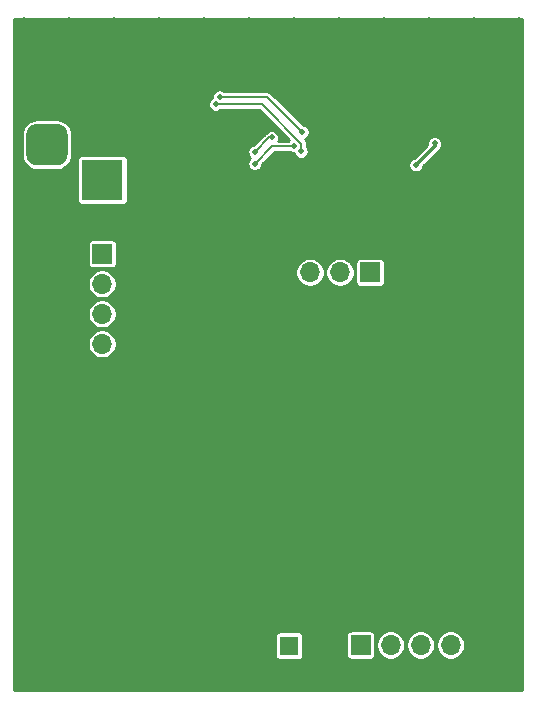
<source format=gbr>
G04 #@! TF.GenerationSoftware,KiCad,Pcbnew,(5.1.6)-1*
G04 #@! TF.CreationDate,2020-08-22T12:18:14-07:00*
G04 #@! TF.ProjectId,Ultra_Low_Noise_Bias_Supply,556c7472-615f-44c6-9f77-5f4e6f697365,rev?*
G04 #@! TF.SameCoordinates,Original*
G04 #@! TF.FileFunction,Copper,L2,Bot*
G04 #@! TF.FilePolarity,Positive*
%FSLAX46Y46*%
G04 Gerber Fmt 4.6, Leading zero omitted, Abs format (unit mm)*
G04 Created by KiCad (PCBNEW (5.1.6)-1) date 2020-08-22 12:18:14*
%MOMM*%
%LPD*%
G01*
G04 APERTURE LIST*
G04 #@! TA.AperFunction,ComponentPad*
%ADD10C,1.650000*%
G04 #@! TD*
G04 #@! TA.AperFunction,ComponentPad*
%ADD11R,1.650000X1.650000*%
G04 #@! TD*
G04 #@! TA.AperFunction,ComponentPad*
%ADD12O,1.700000X1.700000*%
G04 #@! TD*
G04 #@! TA.AperFunction,ComponentPad*
%ADD13R,1.700000X1.700000*%
G04 #@! TD*
G04 #@! TA.AperFunction,ComponentPad*
%ADD14R,3.500000X3.500000*%
G04 #@! TD*
G04 #@! TA.AperFunction,Conductor*
%ADD15R,2.500000X1.500000*%
G04 #@! TD*
G04 #@! TA.AperFunction,ViaPad*
%ADD16C,0.500000*%
G04 #@! TD*
G04 #@! TA.AperFunction,ViaPad*
%ADD17C,0.508000*%
G04 #@! TD*
G04 #@! TA.AperFunction,Conductor*
%ADD18C,0.203200*%
G04 #@! TD*
G04 #@! TA.AperFunction,Conductor*
%ADD19C,0.304800*%
G04 #@! TD*
G04 #@! TA.AperFunction,Conductor*
%ADD20C,0.254000*%
G04 #@! TD*
G04 APERTURE END LIST*
D10*
X131709160Y-111366300D03*
D11*
X136789160Y-111366300D03*
D12*
X123728480Y-85796120D03*
X123728480Y-83256120D03*
X123728480Y-80716120D03*
D13*
X123728480Y-78176120D03*
D12*
X120944640Y-85816440D03*
X120944640Y-83276440D03*
X120944640Y-80736440D03*
D13*
X120944640Y-78196440D03*
D12*
X138551920Y-79768700D03*
X141091920Y-79768700D03*
D13*
X143631920Y-79768700D03*
D12*
X150439120Y-108526580D03*
X147899120Y-108526580D03*
X145359120Y-108526580D03*
D13*
X142819120Y-108526580D03*
D12*
X150452120Y-111311820D03*
X147912120Y-111311820D03*
X145372120Y-111311820D03*
D13*
X142832120Y-111311820D03*
D12*
X126420880Y-101998780D03*
X123880880Y-101998780D03*
D13*
X121340880Y-101998780D03*
D12*
X126380240Y-94764860D03*
X123840240Y-94764860D03*
D13*
X121300240Y-94764860D03*
G04 #@! TA.AperFunction,ComponentPad*
G36*
G01*
X115395040Y-67192960D02*
X117145040Y-67192960D01*
G75*
G02*
X118020040Y-68067960I0J-875000D01*
G01*
X118020040Y-69817960D01*
G75*
G02*
X117145040Y-70692960I-875000J0D01*
G01*
X115395040Y-70692960D01*
G75*
G02*
X114520040Y-69817960I0J875000D01*
G01*
X114520040Y-68067960D01*
G75*
G02*
X115395040Y-67192960I875000J0D01*
G01*
G37*
G04 #@! TD.AperFunction*
G04 #@! TA.AperFunction,ComponentPad*
G36*
G01*
X119970040Y-64442960D02*
X121970040Y-64442960D01*
G75*
G02*
X122720040Y-65192960I0J-750000D01*
G01*
X122720040Y-66692960D01*
G75*
G02*
X121970040Y-67442960I-750000J0D01*
G01*
X119970040Y-67442960D01*
G75*
G02*
X119220040Y-66692960I0J750000D01*
G01*
X119220040Y-65192960D01*
G75*
G02*
X119970040Y-64442960I750000J0D01*
G01*
G37*
G04 #@! TD.AperFunction*
D14*
X120970040Y-71942960D03*
D15*
X140111480Y-93042740D03*
D16*
X139111480Y-93542740D03*
X139111480Y-92542740D03*
X140111480Y-93542740D03*
X140111480Y-92542740D03*
X141111480Y-93542740D03*
X141111480Y-92542740D03*
D17*
X137789920Y-69522340D03*
X130556000Y-65532000D03*
X133878320Y-70563740D03*
X137152570Y-69037400D03*
X133878320Y-69547740D03*
X135295109Y-68334601D03*
X132130800Y-63449200D03*
X136956800Y-64338200D03*
X138963400Y-64693800D03*
X138887200Y-67919600D03*
X138861800Y-70789800D03*
X142392400Y-68376800D03*
X142925800Y-69469000D03*
X141528800Y-67208400D03*
X148285200Y-67208400D03*
X150114000Y-66776600D03*
X150850600Y-66065400D03*
X150215600Y-67665600D03*
X140462000Y-97205800D03*
X139801600Y-94183200D03*
X114300000Y-114300000D03*
X118110000Y-114300000D03*
X121920000Y-114300000D03*
X125730000Y-114300000D03*
X129540000Y-114300000D03*
X133350000Y-114300000D03*
X137160000Y-114300000D03*
X140970000Y-114300000D03*
X144780000Y-114300000D03*
X148590000Y-114300000D03*
X152400000Y-114300000D03*
X156210000Y-114300000D03*
X156210000Y-110490000D03*
X156210000Y-106680000D03*
X156210000Y-102870000D03*
X156210000Y-99060000D03*
X156210000Y-95250000D03*
X156210000Y-91440000D03*
X156210000Y-87630000D03*
X156210000Y-83820000D03*
X156210000Y-80010000D03*
X156210000Y-76200000D03*
X156210000Y-72390000D03*
X156210000Y-68580000D03*
X156210000Y-64770000D03*
X156210000Y-60960000D03*
X156210000Y-58420000D03*
X152400000Y-58420000D03*
X148590000Y-58420000D03*
X144780000Y-58420000D03*
X140970000Y-58420000D03*
X137160000Y-58420000D03*
X133350000Y-58420000D03*
X129540000Y-58420000D03*
X125730000Y-58420000D03*
X121920000Y-58420000D03*
X118110000Y-58420000D03*
X114300000Y-58420000D03*
X114300000Y-62230000D03*
X114300000Y-66040000D03*
X114300000Y-73660000D03*
X114300000Y-77470000D03*
X114300000Y-81280000D03*
X114300000Y-85090000D03*
X114300000Y-88900000D03*
X114300000Y-92710000D03*
X114300000Y-96520000D03*
X114300000Y-100330000D03*
X114300000Y-104140000D03*
X114300000Y-107950000D03*
X114300000Y-111760000D03*
X119380000Y-107950000D03*
X119380000Y-100330000D03*
X119380000Y-92710000D03*
X119380000Y-62230000D03*
X124460000Y-62230000D03*
X129540000Y-62230000D03*
X134620000Y-62230000D03*
X139700000Y-62230000D03*
X144780000Y-62230000D03*
X149860000Y-62230000D03*
X154940000Y-62230000D03*
X152400000Y-80010000D03*
X147320000Y-80010000D03*
X132080000Y-80010000D03*
X127000000Y-80010000D03*
X127000000Y-74930000D03*
X132080000Y-74930000D03*
X127000000Y-85090000D03*
X127000000Y-90170000D03*
X119380000Y-87630000D03*
X144780000Y-105410000D03*
X149860000Y-105410000D03*
X152400000Y-105410000D03*
X152400000Y-97790000D03*
X152400000Y-90170000D03*
X152400000Y-82550000D03*
X132080000Y-85090000D03*
X137160000Y-85090000D03*
X144780000Y-85090000D03*
X132080000Y-92710000D03*
X132080000Y-100330000D03*
X137160000Y-100330000D03*
X147320000Y-92710000D03*
X149860000Y-92710000D03*
X147320000Y-85090000D03*
X149860000Y-87630000D03*
X132080000Y-87630000D03*
X132080000Y-90170000D03*
X134620000Y-90170000D03*
X134620000Y-87630000D03*
X137160000Y-87630000D03*
X132080000Y-95250000D03*
X134620000Y-92710000D03*
X134620000Y-95250000D03*
X134620000Y-100330000D03*
X134620000Y-102870000D03*
X149860000Y-95250000D03*
X149860000Y-100330000D03*
X147320000Y-102870000D03*
X147320000Y-95250000D03*
X152400000Y-92710000D03*
X152400000Y-95250000D03*
X152400000Y-87630000D03*
X152400000Y-85090000D03*
X152400000Y-102870000D03*
X152400000Y-100330000D03*
X147320000Y-105410000D03*
X137160000Y-105410000D03*
X134620000Y-105410000D03*
X132080000Y-105410000D03*
X129540000Y-105410000D03*
X127000000Y-105410000D03*
X127000000Y-100330000D03*
X127000000Y-97790000D03*
X129540000Y-100330000D03*
X129540000Y-95250000D03*
X129540000Y-92710000D03*
X127000000Y-92710000D03*
X127000000Y-87630000D03*
X129540000Y-87630000D03*
X127000000Y-82550000D03*
X129540000Y-80010000D03*
X134620000Y-82550000D03*
X134620000Y-85090000D03*
X139700000Y-82550000D03*
X139700000Y-85090000D03*
X127000000Y-77470000D03*
X129540000Y-77470000D03*
X132080000Y-77470000D03*
X134620000Y-77470000D03*
X137160000Y-77470000D03*
X137160000Y-74930000D03*
X134620000Y-74930000D03*
X129540000Y-74930000D03*
X116840000Y-74930000D03*
X116840000Y-77470000D03*
X116840000Y-80010000D03*
X116840000Y-82550000D03*
X116840000Y-87630000D03*
X116840000Y-85090000D03*
X116840000Y-90170000D03*
X119380000Y-90170000D03*
X121920000Y-92710000D03*
X121920000Y-90170000D03*
X124460000Y-90170000D03*
X124460000Y-92710000D03*
X116840000Y-92710000D03*
X124460000Y-74930000D03*
X127000000Y-67310000D03*
X127000000Y-64770000D03*
X142240000Y-73660000D03*
X142240000Y-71120000D03*
X142240000Y-72390000D03*
X143510000Y-71120000D03*
X144780000Y-71120000D03*
X144780000Y-72390000D03*
X146050000Y-72390000D03*
X137891520Y-67871340D03*
X130891337Y-64909130D03*
X147523200Y-70662800D03*
X149098000Y-68834010D03*
D18*
X134468558Y-65532000D02*
X130556000Y-65532000D01*
X137789920Y-69522340D02*
X137789920Y-68853362D01*
X137789920Y-68853362D02*
X134468558Y-65532000D01*
X133878320Y-70563740D02*
X135354060Y-69088000D01*
X137101970Y-69088000D02*
X137152570Y-69037400D01*
X135354060Y-69088000D02*
X137101970Y-69088000D01*
X133878320Y-69547740D02*
X135091459Y-68334601D01*
X135091459Y-68334601D02*
X135295109Y-68334601D01*
X134929310Y-64909130D02*
X130891337Y-64909130D01*
X137891520Y-67871340D02*
X134929310Y-64909130D01*
D19*
X147523200Y-70662800D02*
X149098000Y-69088000D01*
X149098000Y-69088000D02*
X149098000Y-68834010D01*
D20*
G36*
X156491001Y-115089000D02*
G01*
X113511000Y-115089000D01*
X113511000Y-110541300D01*
X135581317Y-110541300D01*
X135581317Y-112191300D01*
X135588673Y-112265989D01*
X135610459Y-112337808D01*
X135645838Y-112403996D01*
X135693449Y-112462011D01*
X135751464Y-112509622D01*
X135817652Y-112545001D01*
X135889471Y-112566787D01*
X135964160Y-112574143D01*
X137614160Y-112574143D01*
X137688849Y-112566787D01*
X137760668Y-112545001D01*
X137826856Y-112509622D01*
X137884871Y-112462011D01*
X137932482Y-112403996D01*
X137967861Y-112337808D01*
X137989647Y-112265989D01*
X137997003Y-112191300D01*
X137997003Y-110541300D01*
X137989647Y-110466611D01*
X137988194Y-110461820D01*
X141599277Y-110461820D01*
X141599277Y-112161820D01*
X141606633Y-112236509D01*
X141628419Y-112308328D01*
X141663798Y-112374516D01*
X141711409Y-112432531D01*
X141769424Y-112480142D01*
X141835612Y-112515521D01*
X141907431Y-112537307D01*
X141982120Y-112544663D01*
X143682120Y-112544663D01*
X143756809Y-112537307D01*
X143828628Y-112515521D01*
X143894816Y-112480142D01*
X143952831Y-112432531D01*
X144000442Y-112374516D01*
X144035821Y-112308328D01*
X144057607Y-112236509D01*
X144064963Y-112161820D01*
X144064963Y-111190577D01*
X144141120Y-111190577D01*
X144141120Y-111433063D01*
X144188427Y-111670889D01*
X144281222Y-111894917D01*
X144415940Y-112096537D01*
X144587403Y-112268000D01*
X144789023Y-112402718D01*
X145013051Y-112495513D01*
X145250877Y-112542820D01*
X145493363Y-112542820D01*
X145731189Y-112495513D01*
X145955217Y-112402718D01*
X146156837Y-112268000D01*
X146328300Y-112096537D01*
X146463018Y-111894917D01*
X146555813Y-111670889D01*
X146603120Y-111433063D01*
X146603120Y-111190577D01*
X146681120Y-111190577D01*
X146681120Y-111433063D01*
X146728427Y-111670889D01*
X146821222Y-111894917D01*
X146955940Y-112096537D01*
X147127403Y-112268000D01*
X147329023Y-112402718D01*
X147553051Y-112495513D01*
X147790877Y-112542820D01*
X148033363Y-112542820D01*
X148271189Y-112495513D01*
X148495217Y-112402718D01*
X148696837Y-112268000D01*
X148868300Y-112096537D01*
X149003018Y-111894917D01*
X149095813Y-111670889D01*
X149143120Y-111433063D01*
X149143120Y-111190577D01*
X149221120Y-111190577D01*
X149221120Y-111433063D01*
X149268427Y-111670889D01*
X149361222Y-111894917D01*
X149495940Y-112096537D01*
X149667403Y-112268000D01*
X149869023Y-112402718D01*
X150093051Y-112495513D01*
X150330877Y-112542820D01*
X150573363Y-112542820D01*
X150811189Y-112495513D01*
X151035217Y-112402718D01*
X151236837Y-112268000D01*
X151408300Y-112096537D01*
X151543018Y-111894917D01*
X151635813Y-111670889D01*
X151683120Y-111433063D01*
X151683120Y-111190577D01*
X151635813Y-110952751D01*
X151543018Y-110728723D01*
X151408300Y-110527103D01*
X151236837Y-110355640D01*
X151035217Y-110220922D01*
X150811189Y-110128127D01*
X150573363Y-110080820D01*
X150330877Y-110080820D01*
X150093051Y-110128127D01*
X149869023Y-110220922D01*
X149667403Y-110355640D01*
X149495940Y-110527103D01*
X149361222Y-110728723D01*
X149268427Y-110952751D01*
X149221120Y-111190577D01*
X149143120Y-111190577D01*
X149095813Y-110952751D01*
X149003018Y-110728723D01*
X148868300Y-110527103D01*
X148696837Y-110355640D01*
X148495217Y-110220922D01*
X148271189Y-110128127D01*
X148033363Y-110080820D01*
X147790877Y-110080820D01*
X147553051Y-110128127D01*
X147329023Y-110220922D01*
X147127403Y-110355640D01*
X146955940Y-110527103D01*
X146821222Y-110728723D01*
X146728427Y-110952751D01*
X146681120Y-111190577D01*
X146603120Y-111190577D01*
X146555813Y-110952751D01*
X146463018Y-110728723D01*
X146328300Y-110527103D01*
X146156837Y-110355640D01*
X145955217Y-110220922D01*
X145731189Y-110128127D01*
X145493363Y-110080820D01*
X145250877Y-110080820D01*
X145013051Y-110128127D01*
X144789023Y-110220922D01*
X144587403Y-110355640D01*
X144415940Y-110527103D01*
X144281222Y-110728723D01*
X144188427Y-110952751D01*
X144141120Y-111190577D01*
X144064963Y-111190577D01*
X144064963Y-110461820D01*
X144057607Y-110387131D01*
X144035821Y-110315312D01*
X144000442Y-110249124D01*
X143952831Y-110191109D01*
X143894816Y-110143498D01*
X143828628Y-110108119D01*
X143756809Y-110086333D01*
X143682120Y-110078977D01*
X141982120Y-110078977D01*
X141907431Y-110086333D01*
X141835612Y-110108119D01*
X141769424Y-110143498D01*
X141711409Y-110191109D01*
X141663798Y-110249124D01*
X141628419Y-110315312D01*
X141606633Y-110387131D01*
X141599277Y-110461820D01*
X137988194Y-110461820D01*
X137967861Y-110394792D01*
X137932482Y-110328604D01*
X137884871Y-110270589D01*
X137826856Y-110222978D01*
X137760668Y-110187599D01*
X137688849Y-110165813D01*
X137614160Y-110158457D01*
X135964160Y-110158457D01*
X135889471Y-110165813D01*
X135817652Y-110187599D01*
X135751464Y-110222978D01*
X135693449Y-110270589D01*
X135645838Y-110328604D01*
X135610459Y-110394792D01*
X135588673Y-110466611D01*
X135581317Y-110541300D01*
X113511000Y-110541300D01*
X113511000Y-85695197D01*
X119713640Y-85695197D01*
X119713640Y-85937683D01*
X119760947Y-86175509D01*
X119853742Y-86399537D01*
X119988460Y-86601157D01*
X120159923Y-86772620D01*
X120361543Y-86907338D01*
X120585571Y-87000133D01*
X120823397Y-87047440D01*
X121065883Y-87047440D01*
X121303709Y-87000133D01*
X121527737Y-86907338D01*
X121729357Y-86772620D01*
X121900820Y-86601157D01*
X122035538Y-86399537D01*
X122128333Y-86175509D01*
X122175640Y-85937683D01*
X122175640Y-85695197D01*
X122128333Y-85457371D01*
X122035538Y-85233343D01*
X121900820Y-85031723D01*
X121729357Y-84860260D01*
X121527737Y-84725542D01*
X121303709Y-84632747D01*
X121065883Y-84585440D01*
X120823397Y-84585440D01*
X120585571Y-84632747D01*
X120361543Y-84725542D01*
X120159923Y-84860260D01*
X119988460Y-85031723D01*
X119853742Y-85233343D01*
X119760947Y-85457371D01*
X119713640Y-85695197D01*
X113511000Y-85695197D01*
X113511000Y-83155197D01*
X119713640Y-83155197D01*
X119713640Y-83397683D01*
X119760947Y-83635509D01*
X119853742Y-83859537D01*
X119988460Y-84061157D01*
X120159923Y-84232620D01*
X120361543Y-84367338D01*
X120585571Y-84460133D01*
X120823397Y-84507440D01*
X121065883Y-84507440D01*
X121303709Y-84460133D01*
X121527737Y-84367338D01*
X121729357Y-84232620D01*
X121900820Y-84061157D01*
X122035538Y-83859537D01*
X122128333Y-83635509D01*
X122175640Y-83397683D01*
X122175640Y-83155197D01*
X122128333Y-82917371D01*
X122035538Y-82693343D01*
X121900820Y-82491723D01*
X121729357Y-82320260D01*
X121527737Y-82185542D01*
X121303709Y-82092747D01*
X121065883Y-82045440D01*
X120823397Y-82045440D01*
X120585571Y-82092747D01*
X120361543Y-82185542D01*
X120159923Y-82320260D01*
X119988460Y-82491723D01*
X119853742Y-82693343D01*
X119760947Y-82917371D01*
X119713640Y-83155197D01*
X113511000Y-83155197D01*
X113511000Y-80615197D01*
X119713640Y-80615197D01*
X119713640Y-80857683D01*
X119760947Y-81095509D01*
X119853742Y-81319537D01*
X119988460Y-81521157D01*
X120159923Y-81692620D01*
X120361543Y-81827338D01*
X120585571Y-81920133D01*
X120823397Y-81967440D01*
X121065883Y-81967440D01*
X121303709Y-81920133D01*
X121527737Y-81827338D01*
X121729357Y-81692620D01*
X121900820Y-81521157D01*
X122035538Y-81319537D01*
X122128333Y-81095509D01*
X122175640Y-80857683D01*
X122175640Y-80615197D01*
X122128333Y-80377371D01*
X122035538Y-80153343D01*
X121900820Y-79951723D01*
X121729357Y-79780260D01*
X121530604Y-79647457D01*
X137320920Y-79647457D01*
X137320920Y-79889943D01*
X137368227Y-80127769D01*
X137461022Y-80351797D01*
X137595740Y-80553417D01*
X137767203Y-80724880D01*
X137968823Y-80859598D01*
X138192851Y-80952393D01*
X138430677Y-80999700D01*
X138673163Y-80999700D01*
X138910989Y-80952393D01*
X139135017Y-80859598D01*
X139336637Y-80724880D01*
X139508100Y-80553417D01*
X139642818Y-80351797D01*
X139735613Y-80127769D01*
X139782920Y-79889943D01*
X139782920Y-79647457D01*
X139860920Y-79647457D01*
X139860920Y-79889943D01*
X139908227Y-80127769D01*
X140001022Y-80351797D01*
X140135740Y-80553417D01*
X140307203Y-80724880D01*
X140508823Y-80859598D01*
X140732851Y-80952393D01*
X140970677Y-80999700D01*
X141213163Y-80999700D01*
X141450989Y-80952393D01*
X141675017Y-80859598D01*
X141876637Y-80724880D01*
X142048100Y-80553417D01*
X142182818Y-80351797D01*
X142275613Y-80127769D01*
X142322920Y-79889943D01*
X142322920Y-79647457D01*
X142275613Y-79409631D01*
X142182818Y-79185603D01*
X142048100Y-78983983D01*
X141982817Y-78918700D01*
X142399077Y-78918700D01*
X142399077Y-80618700D01*
X142406433Y-80693389D01*
X142428219Y-80765208D01*
X142463598Y-80831396D01*
X142511209Y-80889411D01*
X142569224Y-80937022D01*
X142635412Y-80972401D01*
X142707231Y-80994187D01*
X142781920Y-81001543D01*
X144481920Y-81001543D01*
X144556609Y-80994187D01*
X144628428Y-80972401D01*
X144694616Y-80937022D01*
X144752631Y-80889411D01*
X144800242Y-80831396D01*
X144835621Y-80765208D01*
X144857407Y-80693389D01*
X144864763Y-80618700D01*
X144864763Y-78918700D01*
X144857407Y-78844011D01*
X144835621Y-78772192D01*
X144800242Y-78706004D01*
X144752631Y-78647989D01*
X144694616Y-78600378D01*
X144628428Y-78564999D01*
X144556609Y-78543213D01*
X144481920Y-78535857D01*
X142781920Y-78535857D01*
X142707231Y-78543213D01*
X142635412Y-78564999D01*
X142569224Y-78600378D01*
X142511209Y-78647989D01*
X142463598Y-78706004D01*
X142428219Y-78772192D01*
X142406433Y-78844011D01*
X142399077Y-78918700D01*
X141982817Y-78918700D01*
X141876637Y-78812520D01*
X141675017Y-78677802D01*
X141450989Y-78585007D01*
X141213163Y-78537700D01*
X140970677Y-78537700D01*
X140732851Y-78585007D01*
X140508823Y-78677802D01*
X140307203Y-78812520D01*
X140135740Y-78983983D01*
X140001022Y-79185603D01*
X139908227Y-79409631D01*
X139860920Y-79647457D01*
X139782920Y-79647457D01*
X139735613Y-79409631D01*
X139642818Y-79185603D01*
X139508100Y-78983983D01*
X139336637Y-78812520D01*
X139135017Y-78677802D01*
X138910989Y-78585007D01*
X138673163Y-78537700D01*
X138430677Y-78537700D01*
X138192851Y-78585007D01*
X137968823Y-78677802D01*
X137767203Y-78812520D01*
X137595740Y-78983983D01*
X137461022Y-79185603D01*
X137368227Y-79409631D01*
X137320920Y-79647457D01*
X121530604Y-79647457D01*
X121527737Y-79645542D01*
X121303709Y-79552747D01*
X121065883Y-79505440D01*
X120823397Y-79505440D01*
X120585571Y-79552747D01*
X120361543Y-79645542D01*
X120159923Y-79780260D01*
X119988460Y-79951723D01*
X119853742Y-80153343D01*
X119760947Y-80377371D01*
X119713640Y-80615197D01*
X113511000Y-80615197D01*
X113511000Y-77346440D01*
X119711797Y-77346440D01*
X119711797Y-79046440D01*
X119719153Y-79121129D01*
X119740939Y-79192948D01*
X119776318Y-79259136D01*
X119823929Y-79317151D01*
X119881944Y-79364762D01*
X119948132Y-79400141D01*
X120019951Y-79421927D01*
X120094640Y-79429283D01*
X121794640Y-79429283D01*
X121869329Y-79421927D01*
X121941148Y-79400141D01*
X122007336Y-79364762D01*
X122065351Y-79317151D01*
X122112962Y-79259136D01*
X122148341Y-79192948D01*
X122170127Y-79121129D01*
X122177483Y-79046440D01*
X122177483Y-77346440D01*
X122170127Y-77271751D01*
X122148341Y-77199932D01*
X122112962Y-77133744D01*
X122065351Y-77075729D01*
X122007336Y-77028118D01*
X121941148Y-76992739D01*
X121869329Y-76970953D01*
X121794640Y-76963597D01*
X120094640Y-76963597D01*
X120019951Y-76970953D01*
X119948132Y-76992739D01*
X119881944Y-77028118D01*
X119823929Y-77075729D01*
X119776318Y-77133744D01*
X119740939Y-77199932D01*
X119719153Y-77271751D01*
X119711797Y-77346440D01*
X113511000Y-77346440D01*
X113511000Y-68067960D01*
X114137197Y-68067960D01*
X114137197Y-69817960D01*
X114161366Y-70063353D01*
X114232945Y-70299316D01*
X114349182Y-70516780D01*
X114505611Y-70707389D01*
X114696220Y-70863818D01*
X114913684Y-70980055D01*
X115149647Y-71051634D01*
X115395040Y-71075803D01*
X117145040Y-71075803D01*
X117390433Y-71051634D01*
X117626396Y-70980055D01*
X117843860Y-70863818D01*
X118034469Y-70707389D01*
X118190898Y-70516780D01*
X118307135Y-70299316D01*
X118339397Y-70192960D01*
X118837197Y-70192960D01*
X118837197Y-73692960D01*
X118844553Y-73767649D01*
X118866339Y-73839468D01*
X118901718Y-73905656D01*
X118949329Y-73963671D01*
X119007344Y-74011282D01*
X119073532Y-74046661D01*
X119145351Y-74068447D01*
X119220040Y-74075803D01*
X122720040Y-74075803D01*
X122794729Y-74068447D01*
X122866548Y-74046661D01*
X122932736Y-74011282D01*
X122990751Y-73963671D01*
X123038362Y-73905656D01*
X123073741Y-73839468D01*
X123095527Y-73767649D01*
X123102883Y-73692960D01*
X123102883Y-70192960D01*
X123095527Y-70118271D01*
X123073741Y-70046452D01*
X123038362Y-69980264D01*
X122990751Y-69922249D01*
X122932736Y-69874638D01*
X122866548Y-69839259D01*
X122794729Y-69817473D01*
X122720040Y-69810117D01*
X119220040Y-69810117D01*
X119145351Y-69817473D01*
X119073532Y-69839259D01*
X119007344Y-69874638D01*
X118949329Y-69922249D01*
X118901718Y-69980264D01*
X118866339Y-70046452D01*
X118844553Y-70118271D01*
X118837197Y-70192960D01*
X118339397Y-70192960D01*
X118378714Y-70063353D01*
X118402883Y-69817960D01*
X118402883Y-68067960D01*
X118378714Y-67822567D01*
X118307135Y-67586604D01*
X118190898Y-67369140D01*
X118034469Y-67178531D01*
X117843860Y-67022102D01*
X117626396Y-66905865D01*
X117390433Y-66834286D01*
X117145040Y-66810117D01*
X115395040Y-66810117D01*
X115149647Y-66834286D01*
X114913684Y-66905865D01*
X114696220Y-67022102D01*
X114505611Y-67178531D01*
X114349182Y-67369140D01*
X114232945Y-67586604D01*
X114161366Y-67822567D01*
X114137197Y-68067960D01*
X113511000Y-68067960D01*
X113511000Y-65469458D01*
X129921000Y-65469458D01*
X129921000Y-65594542D01*
X129945403Y-65717223D01*
X129993271Y-65832785D01*
X130062764Y-65936789D01*
X130151211Y-66025236D01*
X130255215Y-66094729D01*
X130370777Y-66142597D01*
X130493458Y-66167000D01*
X130618542Y-66167000D01*
X130741223Y-66142597D01*
X130856785Y-66094729D01*
X130960789Y-66025236D01*
X130971425Y-66014600D01*
X134268659Y-66014600D01*
X136778019Y-68523960D01*
X136747781Y-68544164D01*
X136686545Y-68605400D01*
X135870259Y-68605400D01*
X135905706Y-68519824D01*
X135930109Y-68397143D01*
X135930109Y-68272059D01*
X135905706Y-68149378D01*
X135857838Y-68033816D01*
X135788345Y-67929812D01*
X135699898Y-67841365D01*
X135595894Y-67771872D01*
X135480332Y-67724004D01*
X135357651Y-67699601D01*
X135232567Y-67699601D01*
X135109886Y-67724004D01*
X134994324Y-67771872D01*
X134890320Y-67841365D01*
X134801873Y-67929812D01*
X134775045Y-67969963D01*
X134748558Y-67991700D01*
X134733447Y-68010113D01*
X133830821Y-68912740D01*
X133815778Y-68912740D01*
X133693097Y-68937143D01*
X133577535Y-68985011D01*
X133473531Y-69054504D01*
X133385084Y-69142951D01*
X133315591Y-69246955D01*
X133267723Y-69362517D01*
X133243320Y-69485198D01*
X133243320Y-69610282D01*
X133267723Y-69732963D01*
X133315591Y-69848525D01*
X133385084Y-69952529D01*
X133473531Y-70040976D01*
X133495627Y-70055740D01*
X133473531Y-70070504D01*
X133385084Y-70158951D01*
X133315591Y-70262955D01*
X133267723Y-70378517D01*
X133243320Y-70501198D01*
X133243320Y-70626282D01*
X133267723Y-70748963D01*
X133315591Y-70864525D01*
X133385084Y-70968529D01*
X133473531Y-71056976D01*
X133577535Y-71126469D01*
X133693097Y-71174337D01*
X133815778Y-71198740D01*
X133940862Y-71198740D01*
X134063543Y-71174337D01*
X134179105Y-71126469D01*
X134283109Y-71056976D01*
X134371556Y-70968529D01*
X134441049Y-70864525D01*
X134488917Y-70748963D01*
X134513320Y-70626282D01*
X134513320Y-70611239D01*
X134524301Y-70600258D01*
X146888200Y-70600258D01*
X146888200Y-70725342D01*
X146912603Y-70848023D01*
X146960471Y-70963585D01*
X147029964Y-71067589D01*
X147118411Y-71156036D01*
X147222415Y-71225529D01*
X147337977Y-71273397D01*
X147460658Y-71297800D01*
X147585742Y-71297800D01*
X147708423Y-71273397D01*
X147823985Y-71225529D01*
X147927989Y-71156036D01*
X148016436Y-71067589D01*
X148085929Y-70963585D01*
X148133797Y-70848023D01*
X148144096Y-70796245D01*
X149456645Y-69483696D01*
X149476995Y-69466995D01*
X149543651Y-69385775D01*
X149593181Y-69293111D01*
X149623681Y-69192565D01*
X149623949Y-69189840D01*
X149660729Y-69134795D01*
X149708597Y-69019233D01*
X149733000Y-68896552D01*
X149733000Y-68771468D01*
X149708597Y-68648787D01*
X149660729Y-68533225D01*
X149591236Y-68429221D01*
X149502789Y-68340774D01*
X149398785Y-68271281D01*
X149283223Y-68223413D01*
X149160542Y-68199010D01*
X149035458Y-68199010D01*
X148912777Y-68223413D01*
X148797215Y-68271281D01*
X148693211Y-68340774D01*
X148604764Y-68429221D01*
X148535271Y-68533225D01*
X148487403Y-68648787D01*
X148463000Y-68771468D01*
X148463000Y-68896552D01*
X148474963Y-68956696D01*
X147389755Y-70041904D01*
X147337977Y-70052203D01*
X147222415Y-70100071D01*
X147118411Y-70169564D01*
X147029964Y-70258011D01*
X146960471Y-70362015D01*
X146912603Y-70477577D01*
X146888200Y-70600258D01*
X134524301Y-70600258D01*
X135553960Y-69570600D01*
X136807592Y-69570600D01*
X136851785Y-69600129D01*
X136967347Y-69647997D01*
X137090028Y-69672400D01*
X137172329Y-69672400D01*
X137179323Y-69707563D01*
X137227191Y-69823125D01*
X137296684Y-69927129D01*
X137385131Y-70015576D01*
X137489135Y-70085069D01*
X137604697Y-70132937D01*
X137727378Y-70157340D01*
X137852462Y-70157340D01*
X137975143Y-70132937D01*
X138090705Y-70085069D01*
X138194709Y-70015576D01*
X138283156Y-69927129D01*
X138352649Y-69823125D01*
X138400517Y-69707563D01*
X138424920Y-69584882D01*
X138424920Y-69459798D01*
X138400517Y-69337117D01*
X138352649Y-69221555D01*
X138283156Y-69117551D01*
X138272520Y-69106915D01*
X138272520Y-68877066D01*
X138274855Y-68853361D01*
X138272341Y-68827837D01*
X138265537Y-68758756D01*
X138237942Y-68667785D01*
X138193129Y-68583947D01*
X138132821Y-68510461D01*
X138114402Y-68495345D01*
X138093891Y-68474834D01*
X138192305Y-68434069D01*
X138296309Y-68364576D01*
X138384756Y-68276129D01*
X138454249Y-68172125D01*
X138502117Y-68056563D01*
X138526520Y-67933882D01*
X138526520Y-67808798D01*
X138502117Y-67686117D01*
X138454249Y-67570555D01*
X138384756Y-67466551D01*
X138296309Y-67378104D01*
X138192305Y-67308611D01*
X138076743Y-67260743D01*
X137954062Y-67236340D01*
X137939020Y-67236340D01*
X135287327Y-64584648D01*
X135272211Y-64566229D01*
X135198725Y-64505921D01*
X135114887Y-64461108D01*
X135023916Y-64433513D01*
X134953017Y-64426530D01*
X134953015Y-64426530D01*
X134929310Y-64424195D01*
X134905605Y-64426530D01*
X131306762Y-64426530D01*
X131296126Y-64415894D01*
X131192122Y-64346401D01*
X131076560Y-64298533D01*
X130953879Y-64274130D01*
X130828795Y-64274130D01*
X130706114Y-64298533D01*
X130590552Y-64346401D01*
X130486548Y-64415894D01*
X130398101Y-64504341D01*
X130328608Y-64608345D01*
X130280740Y-64723907D01*
X130256337Y-64846588D01*
X130256337Y-64968806D01*
X130255215Y-64969271D01*
X130151211Y-65038764D01*
X130062764Y-65127211D01*
X129993271Y-65231215D01*
X129945403Y-65346777D01*
X129921000Y-65469458D01*
X113511000Y-65469458D01*
X113511000Y-58266000D01*
X156491000Y-58266000D01*
X156491001Y-115089000D01*
G37*
X156491001Y-115089000D02*
X113511000Y-115089000D01*
X113511000Y-110541300D01*
X135581317Y-110541300D01*
X135581317Y-112191300D01*
X135588673Y-112265989D01*
X135610459Y-112337808D01*
X135645838Y-112403996D01*
X135693449Y-112462011D01*
X135751464Y-112509622D01*
X135817652Y-112545001D01*
X135889471Y-112566787D01*
X135964160Y-112574143D01*
X137614160Y-112574143D01*
X137688849Y-112566787D01*
X137760668Y-112545001D01*
X137826856Y-112509622D01*
X137884871Y-112462011D01*
X137932482Y-112403996D01*
X137967861Y-112337808D01*
X137989647Y-112265989D01*
X137997003Y-112191300D01*
X137997003Y-110541300D01*
X137989647Y-110466611D01*
X137988194Y-110461820D01*
X141599277Y-110461820D01*
X141599277Y-112161820D01*
X141606633Y-112236509D01*
X141628419Y-112308328D01*
X141663798Y-112374516D01*
X141711409Y-112432531D01*
X141769424Y-112480142D01*
X141835612Y-112515521D01*
X141907431Y-112537307D01*
X141982120Y-112544663D01*
X143682120Y-112544663D01*
X143756809Y-112537307D01*
X143828628Y-112515521D01*
X143894816Y-112480142D01*
X143952831Y-112432531D01*
X144000442Y-112374516D01*
X144035821Y-112308328D01*
X144057607Y-112236509D01*
X144064963Y-112161820D01*
X144064963Y-111190577D01*
X144141120Y-111190577D01*
X144141120Y-111433063D01*
X144188427Y-111670889D01*
X144281222Y-111894917D01*
X144415940Y-112096537D01*
X144587403Y-112268000D01*
X144789023Y-112402718D01*
X145013051Y-112495513D01*
X145250877Y-112542820D01*
X145493363Y-112542820D01*
X145731189Y-112495513D01*
X145955217Y-112402718D01*
X146156837Y-112268000D01*
X146328300Y-112096537D01*
X146463018Y-111894917D01*
X146555813Y-111670889D01*
X146603120Y-111433063D01*
X146603120Y-111190577D01*
X146681120Y-111190577D01*
X146681120Y-111433063D01*
X146728427Y-111670889D01*
X146821222Y-111894917D01*
X146955940Y-112096537D01*
X147127403Y-112268000D01*
X147329023Y-112402718D01*
X147553051Y-112495513D01*
X147790877Y-112542820D01*
X148033363Y-112542820D01*
X148271189Y-112495513D01*
X148495217Y-112402718D01*
X148696837Y-112268000D01*
X148868300Y-112096537D01*
X149003018Y-111894917D01*
X149095813Y-111670889D01*
X149143120Y-111433063D01*
X149143120Y-111190577D01*
X149221120Y-111190577D01*
X149221120Y-111433063D01*
X149268427Y-111670889D01*
X149361222Y-111894917D01*
X149495940Y-112096537D01*
X149667403Y-112268000D01*
X149869023Y-112402718D01*
X150093051Y-112495513D01*
X150330877Y-112542820D01*
X150573363Y-112542820D01*
X150811189Y-112495513D01*
X151035217Y-112402718D01*
X151236837Y-112268000D01*
X151408300Y-112096537D01*
X151543018Y-111894917D01*
X151635813Y-111670889D01*
X151683120Y-111433063D01*
X151683120Y-111190577D01*
X151635813Y-110952751D01*
X151543018Y-110728723D01*
X151408300Y-110527103D01*
X151236837Y-110355640D01*
X151035217Y-110220922D01*
X150811189Y-110128127D01*
X150573363Y-110080820D01*
X150330877Y-110080820D01*
X150093051Y-110128127D01*
X149869023Y-110220922D01*
X149667403Y-110355640D01*
X149495940Y-110527103D01*
X149361222Y-110728723D01*
X149268427Y-110952751D01*
X149221120Y-111190577D01*
X149143120Y-111190577D01*
X149095813Y-110952751D01*
X149003018Y-110728723D01*
X148868300Y-110527103D01*
X148696837Y-110355640D01*
X148495217Y-110220922D01*
X148271189Y-110128127D01*
X148033363Y-110080820D01*
X147790877Y-110080820D01*
X147553051Y-110128127D01*
X147329023Y-110220922D01*
X147127403Y-110355640D01*
X146955940Y-110527103D01*
X146821222Y-110728723D01*
X146728427Y-110952751D01*
X146681120Y-111190577D01*
X146603120Y-111190577D01*
X146555813Y-110952751D01*
X146463018Y-110728723D01*
X146328300Y-110527103D01*
X146156837Y-110355640D01*
X145955217Y-110220922D01*
X145731189Y-110128127D01*
X145493363Y-110080820D01*
X145250877Y-110080820D01*
X145013051Y-110128127D01*
X144789023Y-110220922D01*
X144587403Y-110355640D01*
X144415940Y-110527103D01*
X144281222Y-110728723D01*
X144188427Y-110952751D01*
X144141120Y-111190577D01*
X144064963Y-111190577D01*
X144064963Y-110461820D01*
X144057607Y-110387131D01*
X144035821Y-110315312D01*
X144000442Y-110249124D01*
X143952831Y-110191109D01*
X143894816Y-110143498D01*
X143828628Y-110108119D01*
X143756809Y-110086333D01*
X143682120Y-110078977D01*
X141982120Y-110078977D01*
X141907431Y-110086333D01*
X141835612Y-110108119D01*
X141769424Y-110143498D01*
X141711409Y-110191109D01*
X141663798Y-110249124D01*
X141628419Y-110315312D01*
X141606633Y-110387131D01*
X141599277Y-110461820D01*
X137988194Y-110461820D01*
X137967861Y-110394792D01*
X137932482Y-110328604D01*
X137884871Y-110270589D01*
X137826856Y-110222978D01*
X137760668Y-110187599D01*
X137688849Y-110165813D01*
X137614160Y-110158457D01*
X135964160Y-110158457D01*
X135889471Y-110165813D01*
X135817652Y-110187599D01*
X135751464Y-110222978D01*
X135693449Y-110270589D01*
X135645838Y-110328604D01*
X135610459Y-110394792D01*
X135588673Y-110466611D01*
X135581317Y-110541300D01*
X113511000Y-110541300D01*
X113511000Y-85695197D01*
X119713640Y-85695197D01*
X119713640Y-85937683D01*
X119760947Y-86175509D01*
X119853742Y-86399537D01*
X119988460Y-86601157D01*
X120159923Y-86772620D01*
X120361543Y-86907338D01*
X120585571Y-87000133D01*
X120823397Y-87047440D01*
X121065883Y-87047440D01*
X121303709Y-87000133D01*
X121527737Y-86907338D01*
X121729357Y-86772620D01*
X121900820Y-86601157D01*
X122035538Y-86399537D01*
X122128333Y-86175509D01*
X122175640Y-85937683D01*
X122175640Y-85695197D01*
X122128333Y-85457371D01*
X122035538Y-85233343D01*
X121900820Y-85031723D01*
X121729357Y-84860260D01*
X121527737Y-84725542D01*
X121303709Y-84632747D01*
X121065883Y-84585440D01*
X120823397Y-84585440D01*
X120585571Y-84632747D01*
X120361543Y-84725542D01*
X120159923Y-84860260D01*
X119988460Y-85031723D01*
X119853742Y-85233343D01*
X119760947Y-85457371D01*
X119713640Y-85695197D01*
X113511000Y-85695197D01*
X113511000Y-83155197D01*
X119713640Y-83155197D01*
X119713640Y-83397683D01*
X119760947Y-83635509D01*
X119853742Y-83859537D01*
X119988460Y-84061157D01*
X120159923Y-84232620D01*
X120361543Y-84367338D01*
X120585571Y-84460133D01*
X120823397Y-84507440D01*
X121065883Y-84507440D01*
X121303709Y-84460133D01*
X121527737Y-84367338D01*
X121729357Y-84232620D01*
X121900820Y-84061157D01*
X122035538Y-83859537D01*
X122128333Y-83635509D01*
X122175640Y-83397683D01*
X122175640Y-83155197D01*
X122128333Y-82917371D01*
X122035538Y-82693343D01*
X121900820Y-82491723D01*
X121729357Y-82320260D01*
X121527737Y-82185542D01*
X121303709Y-82092747D01*
X121065883Y-82045440D01*
X120823397Y-82045440D01*
X120585571Y-82092747D01*
X120361543Y-82185542D01*
X120159923Y-82320260D01*
X119988460Y-82491723D01*
X119853742Y-82693343D01*
X119760947Y-82917371D01*
X119713640Y-83155197D01*
X113511000Y-83155197D01*
X113511000Y-80615197D01*
X119713640Y-80615197D01*
X119713640Y-80857683D01*
X119760947Y-81095509D01*
X119853742Y-81319537D01*
X119988460Y-81521157D01*
X120159923Y-81692620D01*
X120361543Y-81827338D01*
X120585571Y-81920133D01*
X120823397Y-81967440D01*
X121065883Y-81967440D01*
X121303709Y-81920133D01*
X121527737Y-81827338D01*
X121729357Y-81692620D01*
X121900820Y-81521157D01*
X122035538Y-81319537D01*
X122128333Y-81095509D01*
X122175640Y-80857683D01*
X122175640Y-80615197D01*
X122128333Y-80377371D01*
X122035538Y-80153343D01*
X121900820Y-79951723D01*
X121729357Y-79780260D01*
X121530604Y-79647457D01*
X137320920Y-79647457D01*
X137320920Y-79889943D01*
X137368227Y-80127769D01*
X137461022Y-80351797D01*
X137595740Y-80553417D01*
X137767203Y-80724880D01*
X137968823Y-80859598D01*
X138192851Y-80952393D01*
X138430677Y-80999700D01*
X138673163Y-80999700D01*
X138910989Y-80952393D01*
X139135017Y-80859598D01*
X139336637Y-80724880D01*
X139508100Y-80553417D01*
X139642818Y-80351797D01*
X139735613Y-80127769D01*
X139782920Y-79889943D01*
X139782920Y-79647457D01*
X139860920Y-79647457D01*
X139860920Y-79889943D01*
X139908227Y-80127769D01*
X140001022Y-80351797D01*
X140135740Y-80553417D01*
X140307203Y-80724880D01*
X140508823Y-80859598D01*
X140732851Y-80952393D01*
X140970677Y-80999700D01*
X141213163Y-80999700D01*
X141450989Y-80952393D01*
X141675017Y-80859598D01*
X141876637Y-80724880D01*
X142048100Y-80553417D01*
X142182818Y-80351797D01*
X142275613Y-80127769D01*
X142322920Y-79889943D01*
X142322920Y-79647457D01*
X142275613Y-79409631D01*
X142182818Y-79185603D01*
X142048100Y-78983983D01*
X141982817Y-78918700D01*
X142399077Y-78918700D01*
X142399077Y-80618700D01*
X142406433Y-80693389D01*
X142428219Y-80765208D01*
X142463598Y-80831396D01*
X142511209Y-80889411D01*
X142569224Y-80937022D01*
X142635412Y-80972401D01*
X142707231Y-80994187D01*
X142781920Y-81001543D01*
X144481920Y-81001543D01*
X144556609Y-80994187D01*
X144628428Y-80972401D01*
X144694616Y-80937022D01*
X144752631Y-80889411D01*
X144800242Y-80831396D01*
X144835621Y-80765208D01*
X144857407Y-80693389D01*
X144864763Y-80618700D01*
X144864763Y-78918700D01*
X144857407Y-78844011D01*
X144835621Y-78772192D01*
X144800242Y-78706004D01*
X144752631Y-78647989D01*
X144694616Y-78600378D01*
X144628428Y-78564999D01*
X144556609Y-78543213D01*
X144481920Y-78535857D01*
X142781920Y-78535857D01*
X142707231Y-78543213D01*
X142635412Y-78564999D01*
X142569224Y-78600378D01*
X142511209Y-78647989D01*
X142463598Y-78706004D01*
X142428219Y-78772192D01*
X142406433Y-78844011D01*
X142399077Y-78918700D01*
X141982817Y-78918700D01*
X141876637Y-78812520D01*
X141675017Y-78677802D01*
X141450989Y-78585007D01*
X141213163Y-78537700D01*
X140970677Y-78537700D01*
X140732851Y-78585007D01*
X140508823Y-78677802D01*
X140307203Y-78812520D01*
X140135740Y-78983983D01*
X140001022Y-79185603D01*
X139908227Y-79409631D01*
X139860920Y-79647457D01*
X139782920Y-79647457D01*
X139735613Y-79409631D01*
X139642818Y-79185603D01*
X139508100Y-78983983D01*
X139336637Y-78812520D01*
X139135017Y-78677802D01*
X138910989Y-78585007D01*
X138673163Y-78537700D01*
X138430677Y-78537700D01*
X138192851Y-78585007D01*
X137968823Y-78677802D01*
X137767203Y-78812520D01*
X137595740Y-78983983D01*
X137461022Y-79185603D01*
X137368227Y-79409631D01*
X137320920Y-79647457D01*
X121530604Y-79647457D01*
X121527737Y-79645542D01*
X121303709Y-79552747D01*
X121065883Y-79505440D01*
X120823397Y-79505440D01*
X120585571Y-79552747D01*
X120361543Y-79645542D01*
X120159923Y-79780260D01*
X119988460Y-79951723D01*
X119853742Y-80153343D01*
X119760947Y-80377371D01*
X119713640Y-80615197D01*
X113511000Y-80615197D01*
X113511000Y-77346440D01*
X119711797Y-77346440D01*
X119711797Y-79046440D01*
X119719153Y-79121129D01*
X119740939Y-79192948D01*
X119776318Y-79259136D01*
X119823929Y-79317151D01*
X119881944Y-79364762D01*
X119948132Y-79400141D01*
X120019951Y-79421927D01*
X120094640Y-79429283D01*
X121794640Y-79429283D01*
X121869329Y-79421927D01*
X121941148Y-79400141D01*
X122007336Y-79364762D01*
X122065351Y-79317151D01*
X122112962Y-79259136D01*
X122148341Y-79192948D01*
X122170127Y-79121129D01*
X122177483Y-79046440D01*
X122177483Y-77346440D01*
X122170127Y-77271751D01*
X122148341Y-77199932D01*
X122112962Y-77133744D01*
X122065351Y-77075729D01*
X122007336Y-77028118D01*
X121941148Y-76992739D01*
X121869329Y-76970953D01*
X121794640Y-76963597D01*
X120094640Y-76963597D01*
X120019951Y-76970953D01*
X119948132Y-76992739D01*
X119881944Y-77028118D01*
X119823929Y-77075729D01*
X119776318Y-77133744D01*
X119740939Y-77199932D01*
X119719153Y-77271751D01*
X119711797Y-77346440D01*
X113511000Y-77346440D01*
X113511000Y-68067960D01*
X114137197Y-68067960D01*
X114137197Y-69817960D01*
X114161366Y-70063353D01*
X114232945Y-70299316D01*
X114349182Y-70516780D01*
X114505611Y-70707389D01*
X114696220Y-70863818D01*
X114913684Y-70980055D01*
X115149647Y-71051634D01*
X115395040Y-71075803D01*
X117145040Y-71075803D01*
X117390433Y-71051634D01*
X117626396Y-70980055D01*
X117843860Y-70863818D01*
X118034469Y-70707389D01*
X118190898Y-70516780D01*
X118307135Y-70299316D01*
X118339397Y-70192960D01*
X118837197Y-70192960D01*
X118837197Y-73692960D01*
X118844553Y-73767649D01*
X118866339Y-73839468D01*
X118901718Y-73905656D01*
X118949329Y-73963671D01*
X119007344Y-74011282D01*
X119073532Y-74046661D01*
X119145351Y-74068447D01*
X119220040Y-74075803D01*
X122720040Y-74075803D01*
X122794729Y-74068447D01*
X122866548Y-74046661D01*
X122932736Y-74011282D01*
X122990751Y-73963671D01*
X123038362Y-73905656D01*
X123073741Y-73839468D01*
X123095527Y-73767649D01*
X123102883Y-73692960D01*
X123102883Y-70192960D01*
X123095527Y-70118271D01*
X123073741Y-70046452D01*
X123038362Y-69980264D01*
X122990751Y-69922249D01*
X122932736Y-69874638D01*
X122866548Y-69839259D01*
X122794729Y-69817473D01*
X122720040Y-69810117D01*
X119220040Y-69810117D01*
X119145351Y-69817473D01*
X119073532Y-69839259D01*
X119007344Y-69874638D01*
X118949329Y-69922249D01*
X118901718Y-69980264D01*
X118866339Y-70046452D01*
X118844553Y-70118271D01*
X118837197Y-70192960D01*
X118339397Y-70192960D01*
X118378714Y-70063353D01*
X118402883Y-69817960D01*
X118402883Y-68067960D01*
X118378714Y-67822567D01*
X118307135Y-67586604D01*
X118190898Y-67369140D01*
X118034469Y-67178531D01*
X117843860Y-67022102D01*
X117626396Y-66905865D01*
X117390433Y-66834286D01*
X117145040Y-66810117D01*
X115395040Y-66810117D01*
X115149647Y-66834286D01*
X114913684Y-66905865D01*
X114696220Y-67022102D01*
X114505611Y-67178531D01*
X114349182Y-67369140D01*
X114232945Y-67586604D01*
X114161366Y-67822567D01*
X114137197Y-68067960D01*
X113511000Y-68067960D01*
X113511000Y-65469458D01*
X129921000Y-65469458D01*
X129921000Y-65594542D01*
X129945403Y-65717223D01*
X129993271Y-65832785D01*
X130062764Y-65936789D01*
X130151211Y-66025236D01*
X130255215Y-66094729D01*
X130370777Y-66142597D01*
X130493458Y-66167000D01*
X130618542Y-66167000D01*
X130741223Y-66142597D01*
X130856785Y-66094729D01*
X130960789Y-66025236D01*
X130971425Y-66014600D01*
X134268659Y-66014600D01*
X136778019Y-68523960D01*
X136747781Y-68544164D01*
X136686545Y-68605400D01*
X135870259Y-68605400D01*
X135905706Y-68519824D01*
X135930109Y-68397143D01*
X135930109Y-68272059D01*
X135905706Y-68149378D01*
X135857838Y-68033816D01*
X135788345Y-67929812D01*
X135699898Y-67841365D01*
X135595894Y-67771872D01*
X135480332Y-67724004D01*
X135357651Y-67699601D01*
X135232567Y-67699601D01*
X135109886Y-67724004D01*
X134994324Y-67771872D01*
X134890320Y-67841365D01*
X134801873Y-67929812D01*
X134775045Y-67969963D01*
X134748558Y-67991700D01*
X134733447Y-68010113D01*
X133830821Y-68912740D01*
X133815778Y-68912740D01*
X133693097Y-68937143D01*
X133577535Y-68985011D01*
X133473531Y-69054504D01*
X133385084Y-69142951D01*
X133315591Y-69246955D01*
X133267723Y-69362517D01*
X133243320Y-69485198D01*
X133243320Y-69610282D01*
X133267723Y-69732963D01*
X133315591Y-69848525D01*
X133385084Y-69952529D01*
X133473531Y-70040976D01*
X133495627Y-70055740D01*
X133473531Y-70070504D01*
X133385084Y-70158951D01*
X133315591Y-70262955D01*
X133267723Y-70378517D01*
X133243320Y-70501198D01*
X133243320Y-70626282D01*
X133267723Y-70748963D01*
X133315591Y-70864525D01*
X133385084Y-70968529D01*
X133473531Y-71056976D01*
X133577535Y-71126469D01*
X133693097Y-71174337D01*
X133815778Y-71198740D01*
X133940862Y-71198740D01*
X134063543Y-71174337D01*
X134179105Y-71126469D01*
X134283109Y-71056976D01*
X134371556Y-70968529D01*
X134441049Y-70864525D01*
X134488917Y-70748963D01*
X134513320Y-70626282D01*
X134513320Y-70611239D01*
X134524301Y-70600258D01*
X146888200Y-70600258D01*
X146888200Y-70725342D01*
X146912603Y-70848023D01*
X146960471Y-70963585D01*
X147029964Y-71067589D01*
X147118411Y-71156036D01*
X147222415Y-71225529D01*
X147337977Y-71273397D01*
X147460658Y-71297800D01*
X147585742Y-71297800D01*
X147708423Y-71273397D01*
X147823985Y-71225529D01*
X147927989Y-71156036D01*
X148016436Y-71067589D01*
X148085929Y-70963585D01*
X148133797Y-70848023D01*
X148144096Y-70796245D01*
X149456645Y-69483696D01*
X149476995Y-69466995D01*
X149543651Y-69385775D01*
X149593181Y-69293111D01*
X149623681Y-69192565D01*
X149623949Y-69189840D01*
X149660729Y-69134795D01*
X149708597Y-69019233D01*
X149733000Y-68896552D01*
X149733000Y-68771468D01*
X149708597Y-68648787D01*
X149660729Y-68533225D01*
X149591236Y-68429221D01*
X149502789Y-68340774D01*
X149398785Y-68271281D01*
X149283223Y-68223413D01*
X149160542Y-68199010D01*
X149035458Y-68199010D01*
X148912777Y-68223413D01*
X148797215Y-68271281D01*
X148693211Y-68340774D01*
X148604764Y-68429221D01*
X148535271Y-68533225D01*
X148487403Y-68648787D01*
X148463000Y-68771468D01*
X148463000Y-68896552D01*
X148474963Y-68956696D01*
X147389755Y-70041904D01*
X147337977Y-70052203D01*
X147222415Y-70100071D01*
X147118411Y-70169564D01*
X147029964Y-70258011D01*
X146960471Y-70362015D01*
X146912603Y-70477577D01*
X146888200Y-70600258D01*
X134524301Y-70600258D01*
X135553960Y-69570600D01*
X136807592Y-69570600D01*
X136851785Y-69600129D01*
X136967347Y-69647997D01*
X137090028Y-69672400D01*
X137172329Y-69672400D01*
X137179323Y-69707563D01*
X137227191Y-69823125D01*
X137296684Y-69927129D01*
X137385131Y-70015576D01*
X137489135Y-70085069D01*
X137604697Y-70132937D01*
X137727378Y-70157340D01*
X137852462Y-70157340D01*
X137975143Y-70132937D01*
X138090705Y-70085069D01*
X138194709Y-70015576D01*
X138283156Y-69927129D01*
X138352649Y-69823125D01*
X138400517Y-69707563D01*
X138424920Y-69584882D01*
X138424920Y-69459798D01*
X138400517Y-69337117D01*
X138352649Y-69221555D01*
X138283156Y-69117551D01*
X138272520Y-69106915D01*
X138272520Y-68877066D01*
X138274855Y-68853361D01*
X138272341Y-68827837D01*
X138265537Y-68758756D01*
X138237942Y-68667785D01*
X138193129Y-68583947D01*
X138132821Y-68510461D01*
X138114402Y-68495345D01*
X138093891Y-68474834D01*
X138192305Y-68434069D01*
X138296309Y-68364576D01*
X138384756Y-68276129D01*
X138454249Y-68172125D01*
X138502117Y-68056563D01*
X138526520Y-67933882D01*
X138526520Y-67808798D01*
X138502117Y-67686117D01*
X138454249Y-67570555D01*
X138384756Y-67466551D01*
X138296309Y-67378104D01*
X138192305Y-67308611D01*
X138076743Y-67260743D01*
X137954062Y-67236340D01*
X137939020Y-67236340D01*
X135287327Y-64584648D01*
X135272211Y-64566229D01*
X135198725Y-64505921D01*
X135114887Y-64461108D01*
X135023916Y-64433513D01*
X134953017Y-64426530D01*
X134953015Y-64426530D01*
X134929310Y-64424195D01*
X134905605Y-64426530D01*
X131306762Y-64426530D01*
X131296126Y-64415894D01*
X131192122Y-64346401D01*
X131076560Y-64298533D01*
X130953879Y-64274130D01*
X130828795Y-64274130D01*
X130706114Y-64298533D01*
X130590552Y-64346401D01*
X130486548Y-64415894D01*
X130398101Y-64504341D01*
X130328608Y-64608345D01*
X130280740Y-64723907D01*
X130256337Y-64846588D01*
X130256337Y-64968806D01*
X130255215Y-64969271D01*
X130151211Y-65038764D01*
X130062764Y-65127211D01*
X129993271Y-65231215D01*
X129945403Y-65346777D01*
X129921000Y-65469458D01*
X113511000Y-65469458D01*
X113511000Y-58266000D01*
X156491000Y-58266000D01*
X156491001Y-115089000D01*
M02*

</source>
